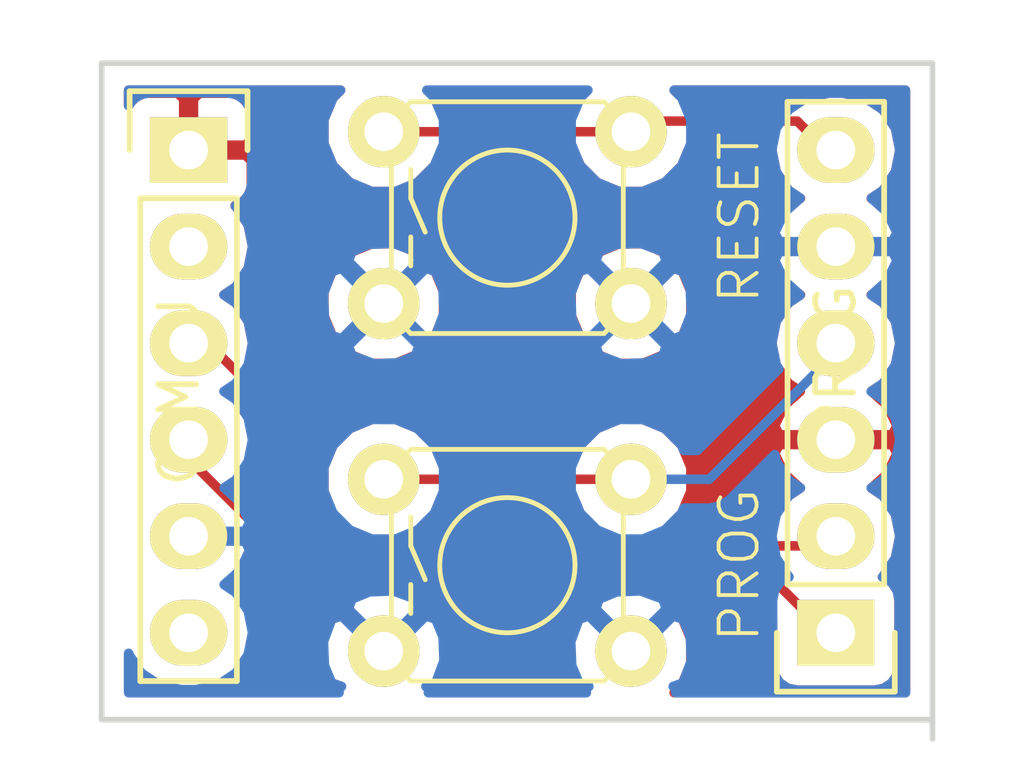
<source format=kicad_pcb>
(kicad_pcb (version 4) (host pcbnew "(2015-09-17 BZR 6202)-product")

  (general
    (links 12)
    (no_connects 0)
    (area 129.257667 36.669 156.492334 57.669)
    (thickness 1.6)
    (drawings 5)
    (tracks 16)
    (zones 0)
    (modules 4)
    (nets 9)
  )

  (page A4)
  (layers
    (0 F.Cu signal)
    (31 B.Cu signal)
    (32 B.Adhes user)
    (33 F.Adhes user)
    (34 B.Paste user)
    (35 F.Paste user)
    (36 B.SilkS user)
    (37 F.SilkS user)
    (38 B.Mask user)
    (39 F.Mask user)
    (40 Dwgs.User user)
    (41 Cmts.User user)
    (42 Eco1.User user)
    (43 Eco2.User user)
    (44 Edge.Cuts user)
    (45 Margin user)
    (46 B.CrtYd user)
    (47 F.CrtYd user)
    (48 B.Fab user)
    (49 F.Fab user)
  )

  (setup
    (last_trace_width 0.25)
    (trace_clearance 0.2)
    (zone_clearance 0.508)
    (zone_45_only no)
    (trace_min 0.2)
    (segment_width 0.2)
    (edge_width 0.15)
    (via_size 0.6)
    (via_drill 0.4)
    (via_min_size 0.4)
    (via_min_drill 0.3)
    (uvia_size 0.3)
    (uvia_drill 0.1)
    (uvias_allowed no)
    (uvia_min_size 0.2)
    (uvia_min_drill 0.1)
    (pcb_text_width 0.3)
    (pcb_text_size 1.5 1.5)
    (mod_edge_width 0.15)
    (mod_text_size 1 1)
    (mod_text_width 0.15)
    (pad_size 1.524 1.524)
    (pad_drill 0.762)
    (pad_to_mask_clearance 0.2)
    (aux_axis_origin 0 0)
    (visible_elements FFFEFF7F)
    (pcbplotparams
      (layerselection 0x010fc_80000001)
      (usegerberextensions false)
      (excludeedgelayer true)
      (linewidth 0.100000)
      (plotframeref false)
      (viasonmask false)
      (mode 1)
      (useauxorigin false)
      (hpglpennumber 1)
      (hpglpenspeed 20)
      (hpglpendiameter 15)
      (hpglpenoverlay 2)
      (psnegative false)
      (psa4output false)
      (plotreference true)
      (plotvalue true)
      (plotinvisibletext false)
      (padsonsilk false)
      (subtractmaskfromsilk false)
      (outputformat 1)
      (mirror false)
      (drillshape 0)
      (scaleselection 1)
      (outputdirectory gerber))
  )

  (net 0 "")
  (net 1 +3V3)
  (net 2 "Net-(P1-Pad2)")
  (net 3 RXI)
  (net 4 TXO)
  (net 5 GND)
  (net 6 +5V)
  (net 7 "Net-(P2-Pad4)")
  (net 8 "Net-(P2-Pad6)")

  (net_class Default "This is the default net class."
    (clearance 0.2)
    (trace_width 0.25)
    (via_dia 0.6)
    (via_drill 0.4)
    (uvia_dia 0.3)
    (uvia_drill 0.1)
    (add_net +3V3)
    (add_net +5V)
    (add_net GND)
    (add_net "Net-(P1-Pad2)")
    (add_net "Net-(P2-Pad4)")
    (add_net "Net-(P2-Pad6)")
    (add_net RXI)
    (add_net TXO)
  )

  (module Pin_Headers:Pin_Header_Straight_1x06 (layer F.Cu) (tedit 562254E2) (tstamp 56224F63)
    (at 134.366 40.894)
    (descr "Through hole pin header")
    (tags "pin header")
    (path /56224B75)
    (fp_text reference CJMGU (at -0.254 6.35 90) (layer F.SilkS)
      (effects (font (size 1 1) (thickness 0.15)))
    )
    (fp_text value CONN_01X06 (at 0 -3.1) (layer F.Fab)
      (effects (font (size 1 1) (thickness 0.15)))
    )
    (fp_line (start -1.75 -1.75) (end -1.75 14.45) (layer F.CrtYd) (width 0.05))
    (fp_line (start 1.75 -1.75) (end 1.75 14.45) (layer F.CrtYd) (width 0.05))
    (fp_line (start -1.75 -1.75) (end 1.75 -1.75) (layer F.CrtYd) (width 0.05))
    (fp_line (start -1.75 14.45) (end 1.75 14.45) (layer F.CrtYd) (width 0.05))
    (fp_line (start 1.27 1.27) (end 1.27 13.97) (layer F.SilkS) (width 0.15))
    (fp_line (start 1.27 13.97) (end -1.27 13.97) (layer F.SilkS) (width 0.15))
    (fp_line (start -1.27 13.97) (end -1.27 1.27) (layer F.SilkS) (width 0.15))
    (fp_line (start 1.55 -1.55) (end 1.55 0) (layer F.SilkS) (width 0.15))
    (fp_line (start 1.27 1.27) (end -1.27 1.27) (layer F.SilkS) (width 0.15))
    (fp_line (start -1.55 0) (end -1.55 -1.55) (layer F.SilkS) (width 0.15))
    (fp_line (start -1.55 -1.55) (end 1.55 -1.55) (layer F.SilkS) (width 0.15))
    (pad 1 thru_hole rect (at 0 0) (size 2.032 1.7272) (drill 1.016) (layers *.Cu *.Mask F.SilkS)
      (net 1 +3V3))
    (pad 2 thru_hole oval (at 0 2.54) (size 2.032 1.7272) (drill 1.016) (layers *.Cu *.Mask F.SilkS)
      (net 2 "Net-(P1-Pad2)"))
    (pad 3 thru_hole oval (at 0 5.08) (size 2.032 1.7272) (drill 1.016) (layers *.Cu *.Mask F.SilkS)
      (net 3 RXI))
    (pad 4 thru_hole oval (at 0 7.62) (size 2.032 1.7272) (drill 1.016) (layers *.Cu *.Mask F.SilkS)
      (net 4 TXO))
    (pad 5 thru_hole oval (at 0 10.16) (size 2.032 1.7272) (drill 1.016) (layers *.Cu *.Mask F.SilkS)
      (net 5 GND))
    (pad 6 thru_hole oval (at 0 12.7) (size 2.032 1.7272) (drill 1.016) (layers *.Cu *.Mask F.SilkS)
      (net 6 +5V))
    (model Pin_Headers.3dshapes/Pin_Header_Straight_1x06.wrl
      (at (xyz 0 -0.25 0))
      (scale (xyz 1 1 1))
      (rotate (xyz 0 0 90))
    )
  )

  (module Pin_Headers:Pin_Header_Straight_1x06 (layer F.Cu) (tedit 562254E5) (tstamp 56224F6D)
    (at 151.384 53.594 180)
    (descr "Through hole pin header")
    (tags "pin header")
    (path /56224BAA)
    (fp_text reference PROG (at 0 7.112 450) (layer F.SilkS)
      (effects (font (size 1 1) (thickness 0.15)))
    )
    (fp_text value CONN_01X06 (at 0 -3.1 180) (layer F.Fab)
      (effects (font (size 1 1) (thickness 0.15)))
    )
    (fp_line (start -1.75 -1.75) (end -1.75 14.45) (layer F.CrtYd) (width 0.05))
    (fp_line (start 1.75 -1.75) (end 1.75 14.45) (layer F.CrtYd) (width 0.05))
    (fp_line (start -1.75 -1.75) (end 1.75 -1.75) (layer F.CrtYd) (width 0.05))
    (fp_line (start -1.75 14.45) (end 1.75 14.45) (layer F.CrtYd) (width 0.05))
    (fp_line (start 1.27 1.27) (end 1.27 13.97) (layer F.SilkS) (width 0.15))
    (fp_line (start 1.27 13.97) (end -1.27 13.97) (layer F.SilkS) (width 0.15))
    (fp_line (start -1.27 13.97) (end -1.27 1.27) (layer F.SilkS) (width 0.15))
    (fp_line (start 1.55 -1.55) (end 1.55 0) (layer F.SilkS) (width 0.15))
    (fp_line (start 1.27 1.27) (end -1.27 1.27) (layer F.SilkS) (width 0.15))
    (fp_line (start -1.55 0) (end -1.55 -1.55) (layer F.SilkS) (width 0.15))
    (fp_line (start -1.55 -1.55) (end 1.55 -1.55) (layer F.SilkS) (width 0.15))
    (pad 1 thru_hole rect (at 0 0 180) (size 2.032 1.7272) (drill 1.016) (layers *.Cu *.Mask F.SilkS)
      (net 4 TXO))
    (pad 2 thru_hole oval (at 0 2.54 180) (size 2.032 1.7272) (drill 1.016) (layers *.Cu *.Mask F.SilkS)
      (net 3 RXI))
    (pad 3 thru_hole oval (at 0 5.08 180) (size 2.032 1.7272) (drill 1.016) (layers *.Cu *.Mask F.SilkS)
      (net 1 +3V3))
    (pad 4 thru_hole oval (at 0 7.62 180) (size 2.032 1.7272) (drill 1.016) (layers *.Cu *.Mask F.SilkS)
      (net 7 "Net-(P2-Pad4)"))
    (pad 5 thru_hole oval (at 0 10.16 180) (size 2.032 1.7272) (drill 1.016) (layers *.Cu *.Mask F.SilkS)
      (net 5 GND))
    (pad 6 thru_hole oval (at 0 12.7 180) (size 2.032 1.7272) (drill 1.016) (layers *.Cu *.Mask F.SilkS)
      (net 8 "Net-(P2-Pad6)"))
    (model Pin_Headers.3dshapes/Pin_Header_Straight_1x06.wrl
      (at (xyz 0 -0.25 0))
      (scale (xyz 1 1 1))
      (rotate (xyz 0 0 90))
    )
  )

  (module lib:AB2_PB_MOM_6MM_PTH_BLK (layer F.Cu) (tedit 562255C7) (tstamp 56224F7D)
    (at 142.748 42.672)
    (path /56224D83)
    (fp_text reference RESET (at 6.096 0 90) (layer F.SilkS)
      (effects (font (size 1 1) (thickness 0.1)))
    )
    (fp_text value SW_PUSH (at 0 3.81) (layer F.SilkS) hide
      (effects (font (size 0.8128 0.8128) (thickness 0.0762)))
    )
    (fp_line (start -2.54 -0.508) (end -2.159 0.381) (layer F.SilkS) (width 0.127))
    (fp_line (start -2.54 1.27) (end -2.54 0.508) (layer F.SilkS) (width 0.127))
    (fp_line (start -2.54 -1.27) (end -2.54 -0.508) (layer F.SilkS) (width 0.127))
    (fp_line (start -2.54 -3.048) (end 2.54 -3.048) (layer F.SilkS) (width 0.127))
    (fp_line (start 2.54 -3.048) (end 3.048 -2.54) (layer F.SilkS) (width 0.127))
    (fp_line (start 3.048 -2.54) (end 3.048 2.54) (layer F.SilkS) (width 0.127))
    (fp_line (start 3.048 2.54) (end 2.54 3.048) (layer F.SilkS) (width 0.127))
    (fp_line (start 2.54 3.048) (end -2.54 3.048) (layer F.SilkS) (width 0.127))
    (fp_line (start -2.54 3.048) (end -3.048 2.54) (layer F.SilkS) (width 0.127))
    (fp_line (start -3.048 2.54) (end -3.048 -2.54) (layer F.SilkS) (width 0.127))
    (fp_line (start -3.048 -2.54) (end -2.54 -3.048) (layer F.SilkS) (width 0.127))
    (fp_circle (center 0 0) (end 0 -1.778) (layer F.SilkS) (width 0.127))
    (pad 1 thru_hole circle (at -3.2512 -2.2606) (size 1.8796 1.8796) (drill 1.016) (layers *.Cu *.Mask F.SilkS)
      (net 8 "Net-(P2-Pad6)"))
    (pad 1 thru_hole circle (at 3.2512 -2.2606) (size 1.8796 1.8796) (drill 1.016) (layers *.Cu *.Mask F.SilkS)
      (net 8 "Net-(P2-Pad6)"))
    (pad 2 thru_hole circle (at -3.2512 2.2606) (size 1.8796 1.8796) (drill 1.016) (layers *.Cu *.Mask F.SilkS)
      (net 5 GND))
    (pad 2 thru_hole circle (at 3.2512 2.2606) (size 1.8796 1.8796) (drill 1.016) (layers *.Cu *.Mask F.SilkS)
      (net 5 GND))
    (model ab2_input_devices/AB2_PB_MOM_6MM_PTH_BLK.x3d
      (at (xyz 0 0 0))
      (scale (xyz 0.3937 0.3937 0.3937))
      (rotate (xyz 0 0 90))
    )
  )

  (module lib:AB2_PB_MOM_6MM_PTH_BLK (layer F.Cu) (tedit 562255C5) (tstamp 56224F75)
    (at 142.748 51.816)
    (path /56224D59)
    (fp_text reference PROG (at 6.096 0 90) (layer F.SilkS)
      (effects (font (size 1 1) (thickness 0.1)))
    )
    (fp_text value SW_PUSH (at 0 3.81) (layer F.SilkS) hide
      (effects (font (size 0.8128 0.8128) (thickness 0.0762)))
    )
    (fp_line (start -2.54 -0.508) (end -2.159 0.381) (layer F.SilkS) (width 0.127))
    (fp_line (start -2.54 1.27) (end -2.54 0.508) (layer F.SilkS) (width 0.127))
    (fp_line (start -2.54 -1.27) (end -2.54 -0.508) (layer F.SilkS) (width 0.127))
    (fp_line (start -2.54 -3.048) (end 2.54 -3.048) (layer F.SilkS) (width 0.127))
    (fp_line (start 2.54 -3.048) (end 3.048 -2.54) (layer F.SilkS) (width 0.127))
    (fp_line (start 3.048 -2.54) (end 3.048 2.54) (layer F.SilkS) (width 0.127))
    (fp_line (start 3.048 2.54) (end 2.54 3.048) (layer F.SilkS) (width 0.127))
    (fp_line (start 2.54 3.048) (end -2.54 3.048) (layer F.SilkS) (width 0.127))
    (fp_line (start -2.54 3.048) (end -3.048 2.54) (layer F.SilkS) (width 0.127))
    (fp_line (start -3.048 2.54) (end -3.048 -2.54) (layer F.SilkS) (width 0.127))
    (fp_line (start -3.048 -2.54) (end -2.54 -3.048) (layer F.SilkS) (width 0.127))
    (fp_circle (center 0 0) (end 0 -1.778) (layer F.SilkS) (width 0.127))
    (pad 1 thru_hole circle (at -3.2512 -2.2606) (size 1.8796 1.8796) (drill 1.016) (layers *.Cu *.Mask F.SilkS)
      (net 7 "Net-(P2-Pad4)"))
    (pad 1 thru_hole circle (at 3.2512 -2.2606) (size 1.8796 1.8796) (drill 1.016) (layers *.Cu *.Mask F.SilkS)
      (net 7 "Net-(P2-Pad4)"))
    (pad 2 thru_hole circle (at -3.2512 2.2606) (size 1.8796 1.8796) (drill 1.016) (layers *.Cu *.Mask F.SilkS)
      (net 5 GND))
    (pad 2 thru_hole circle (at 3.2512 2.2606) (size 1.8796 1.8796) (drill 1.016) (layers *.Cu *.Mask F.SilkS)
      (net 5 GND))
    (model ab2_input_devices/AB2_PB_MOM_6MM_PTH_BLK.x3d
      (at (xyz 0 0 0))
      (scale (xyz 0.3937 0.3937 0.3937))
      (rotate (xyz 0 0 90))
    )
  )

  (gr_line (start 153.924 55.88) (end 153.924 56.388) (angle 90) (layer Edge.Cuts) (width 0.15))
  (gr_line (start 132.08 55.88) (end 153.924 55.88) (angle 90) (layer Edge.Cuts) (width 0.15))
  (gr_line (start 132.08 38.608) (end 132.08 55.88) (angle 90) (layer Edge.Cuts) (width 0.15))
  (gr_line (start 153.924 38.608) (end 132.08 38.608) (angle 90) (layer Edge.Cuts) (width 0.15))
  (gr_line (start 153.924 55.88) (end 153.924 38.608) (angle 90) (layer Edge.Cuts) (width 0.15))

  (segment (start 134.366 45.974) (end 134.874 45.974) (width 0.25) (layer F.Cu) (net 3))
  (segment (start 134.874 45.974) (end 136.144 47.244) (width 0.25) (layer F.Cu) (net 3) (tstamp 56225465))
  (segment (start 136.144 47.244) (end 136.144 49.276) (width 0.25) (layer F.Cu) (net 3) (tstamp 56225466))
  (segment (start 136.144 49.276) (end 138.176 51.308) (width 0.25) (layer F.Cu) (net 3) (tstamp 56225468))
  (segment (start 138.176 51.308) (end 151.384 51.308) (width 0.25) (layer F.Cu) (net 3) (tstamp 5622546A))
  (segment (start 134.366 48.514) (end 134.366 49.022) (width 0.25) (layer F.Cu) (net 4))
  (segment (start 134.366 49.022) (end 137.668 52.324) (width 0.25) (layer F.Cu) (net 4) (tstamp 5622545E))
  (segment (start 137.668 52.324) (end 149.86 52.324) (width 0.25) (layer F.Cu) (net 4) (tstamp 5622545F))
  (segment (start 149.86 52.324) (end 151.384 53.848) (width 0.25) (layer F.Cu) (net 4) (tstamp 56225461))
  (segment (start 145.9992 49.5554) (end 148.0566 49.5554) (width 0.25) (layer B.Cu) (net 7))
  (segment (start 148.0566 49.5554) (end 151.384 46.228) (width 0.25) (layer B.Cu) (net 7) (tstamp 56225598))
  (segment (start 139.4968 49.5554) (end 145.9992 49.5554) (width 0.25) (layer F.Cu) (net 7))
  (segment (start 139.4968 40.4114) (end 145.9992 40.4114) (width 0.25) (layer F.Cu) (net 8))
  (segment (start 145.9992 40.4114) (end 146.2786 40.132) (width 0.25) (layer F.Cu) (net 8) (tstamp 56225453))
  (segment (start 146.2786 40.132) (end 150.368 40.132) (width 0.25) (layer F.Cu) (net 8) (tstamp 56225454))
  (segment (start 150.368 40.132) (end 151.384 41.148) (width 0.25) (layer F.Cu) (net 8) (tstamp 56225455))

  (zone (net 1) (net_name +3V3) (layer F.Cu) (tstamp 56225192) (hatch edge 0.508)
    (connect_pads (clearance 0.508))
    (min_thickness 0.254)
    (fill yes (arc_segments 16) (thermal_gap 0.508) (thermal_bridge_width 0.508))
    (polygon
      (pts
        (xy 153.416 55.372) (xy 132.588 55.372) (xy 132.588 39.116) (xy 153.416 39.116) (xy 153.416 55.372)
      )
    )
    (filled_polygon
      (pts
        (xy 138.162528 39.518183) (xy 137.922274 40.096779) (xy 137.921727 40.723273) (xy 138.160971 41.302287) (xy 138.603583 41.745672)
        (xy 139.182179 41.985926) (xy 139.808673 41.986473) (xy 140.387687 41.747229) (xy 140.831072 41.304617) (xy 140.886389 41.1714)
        (xy 144.60929 41.1714) (xy 144.663371 41.302287) (xy 145.105983 41.745672) (xy 145.684579 41.985926) (xy 146.311073 41.986473)
        (xy 146.890087 41.747229) (xy 147.333472 41.304617) (xy 147.504806 40.892) (xy 149.701053 40.892) (xy 149.700655 40.894)
        (xy 149.814729 41.467489) (xy 150.139585 41.95367) (xy 150.454366 42.164) (xy 150.139585 42.37433) (xy 149.814729 42.860511)
        (xy 149.700655 43.434) (xy 149.814729 44.007489) (xy 150.139585 44.49367) (xy 150.454366 44.704) (xy 150.139585 44.91433)
        (xy 149.814729 45.400511) (xy 149.700655 45.974) (xy 149.814729 46.547489) (xy 150.139585 47.03367) (xy 150.449069 47.240461)
        (xy 150.033268 47.611964) (xy 149.779291 48.139209) (xy 149.776642 48.154974) (xy 149.897783 48.387) (xy 151.257 48.387)
        (xy 151.257 48.367) (xy 151.511 48.367) (xy 151.511 48.387) (xy 152.870217 48.387) (xy 152.991358 48.154974)
        (xy 152.988709 48.139209) (xy 152.734732 47.611964) (xy 152.318931 47.240461) (xy 152.628415 47.03367) (xy 152.953271 46.547489)
        (xy 153.067345 45.974) (xy 152.953271 45.400511) (xy 152.628415 44.91433) (xy 152.313634 44.704) (xy 152.628415 44.49367)
        (xy 152.953271 44.007489) (xy 153.067345 43.434) (xy 152.953271 42.860511) (xy 152.628415 42.37433) (xy 152.313634 42.164)
        (xy 152.628415 41.95367) (xy 152.953271 41.467489) (xy 153.067345 40.894) (xy 152.953271 40.320511) (xy 152.628415 39.83433)
        (xy 152.142234 39.509474) (xy 151.568745 39.3954) (xy 151.199255 39.3954) (xy 150.743079 39.486139) (xy 150.658839 39.429852)
        (xy 150.368 39.372) (xy 147.186775 39.372) (xy 147.132869 39.318) (xy 153.214 39.318) (xy 153.214 55.17)
        (xy 147.132939 55.17) (xy 147.333472 54.969817) (xy 147.573726 54.391221) (xy 147.574273 53.764727) (xy 147.335029 53.185713)
        (xy 147.233493 53.084) (xy 149.545198 53.084) (xy 149.72056 53.259362) (xy 149.72056 54.4576) (xy 149.764838 54.692917)
        (xy 149.90391 54.909041) (xy 150.11611 55.054031) (xy 150.368 55.10504) (xy 152.4 55.10504) (xy 152.635317 55.060762)
        (xy 152.851441 54.92169) (xy 152.996431 54.70949) (xy 153.04744 54.4576) (xy 153.04744 52.7304) (xy 153.003162 52.495083)
        (xy 152.86409 52.278959) (xy 152.65189 52.133969) (xy 152.610561 52.1256) (xy 152.628415 52.11367) (xy 152.953271 51.627489)
        (xy 153.067345 51.054) (xy 152.953271 50.480511) (xy 152.628415 49.99433) (xy 152.318931 49.787539) (xy 152.734732 49.416036)
        (xy 152.988709 48.888791) (xy 152.991358 48.873026) (xy 152.870217 48.641) (xy 151.511 48.641) (xy 151.511 48.661)
        (xy 151.257 48.661) (xy 151.257 48.641) (xy 149.897783 48.641) (xy 149.776642 48.873026) (xy 149.779291 48.888791)
        (xy 150.033268 49.416036) (xy 150.449069 49.787539) (xy 150.139585 49.99433) (xy 149.814729 50.480511) (xy 149.801305 50.548)
        (xy 147.233915 50.548) (xy 147.333472 50.448617) (xy 147.573726 49.870021) (xy 147.574273 49.243527) (xy 147.335029 48.664513)
        (xy 146.892417 48.221128) (xy 146.313821 47.980874) (xy 145.687327 47.980327) (xy 145.108313 48.219571) (xy 144.664928 48.662183)
        (xy 144.609611 48.7954) (xy 140.88671 48.7954) (xy 140.832629 48.664513) (xy 140.390017 48.221128) (xy 139.811421 47.980874)
        (xy 139.184927 47.980327) (xy 138.605913 48.219571) (xy 138.162528 48.662183) (xy 137.922274 49.240779) (xy 137.921727 49.867273)
        (xy 138.000345 50.057543) (xy 136.904 48.961198) (xy 136.904 47.244) (xy 136.881219 47.129474) (xy 136.846148 46.95316)
        (xy 136.681401 46.706599) (xy 136.032664 46.057862) (xy 136.049345 45.974) (xy 135.935271 45.400511) (xy 135.83101 45.244473)
        (xy 137.921727 45.244473) (xy 138.160971 45.823487) (xy 138.603583 46.266872) (xy 139.182179 46.507126) (xy 139.808673 46.507673)
        (xy 140.387687 46.268429) (xy 140.831072 45.825817) (xy 141.071326 45.247221) (xy 141.071328 45.244473) (xy 144.424127 45.244473)
        (xy 144.663371 45.823487) (xy 145.105983 46.266872) (xy 145.684579 46.507126) (xy 146.311073 46.507673) (xy 146.890087 46.268429)
        (xy 147.333472 45.825817) (xy 147.573726 45.247221) (xy 147.574273 44.620727) (xy 147.335029 44.041713) (xy 146.892417 43.598328)
        (xy 146.313821 43.358074) (xy 145.687327 43.357527) (xy 145.108313 43.596771) (xy 144.664928 44.039383) (xy 144.424674 44.617979)
        (xy 144.424127 45.244473) (xy 141.071328 45.244473) (xy 141.071873 44.620727) (xy 140.832629 44.041713) (xy 140.390017 43.598328)
        (xy 139.811421 43.358074) (xy 139.184927 43.357527) (xy 138.605913 43.596771) (xy 138.162528 44.039383) (xy 137.922274 44.617979)
        (xy 137.921727 45.244473) (xy 135.83101 45.244473) (xy 135.610415 44.91433) (xy 135.295634 44.704) (xy 135.610415 44.49367)
        (xy 135.935271 44.007489) (xy 136.049345 43.434) (xy 135.935271 42.860511) (xy 135.610415 42.37433) (xy 135.58822 42.3595)
        (xy 135.741698 42.295927) (xy 135.920327 42.117299) (xy 136.017 41.88391) (xy 136.017 41.17975) (xy 135.85825 41.021)
        (xy 134.493 41.021) (xy 134.493 41.041) (xy 134.239 41.041) (xy 134.239 41.021) (xy 134.219 41.021)
        (xy 134.219 40.767) (xy 134.239 40.767) (xy 134.239 39.55415) (xy 134.493 39.55415) (xy 134.493 40.767)
        (xy 135.85825 40.767) (xy 136.017 40.60825) (xy 136.017 39.90409) (xy 135.920327 39.670701) (xy 135.741698 39.492073)
        (xy 135.508309 39.3954) (xy 134.65175 39.3954) (xy 134.493 39.55415) (xy 134.239 39.55415) (xy 134.08025 39.3954)
        (xy 133.223691 39.3954) (xy 132.990302 39.492073) (xy 132.811673 39.670701) (xy 132.79 39.723024) (xy 132.79 39.318)
        (xy 138.363061 39.318)
      )
    )
  )
  (zone (net 5) (net_name GND) (layer B.Cu) (tstamp 562251B4) (hatch edge 0.508)
    (connect_pads (clearance 0.508))
    (min_thickness 0.254)
    (fill yes (arc_segments 16) (thermal_gap 0.508) (thermal_bridge_width 0.508))
    (polygon
      (pts
        (xy 153.416 55.372) (xy 132.588 55.372) (xy 132.588 39.116) (xy 153.416 39.116) (xy 153.416 55.372)
      )
    )
    (filled_polygon
      (pts
        (xy 138.162528 39.518183) (xy 137.922274 40.096779) (xy 137.921727 40.723273) (xy 138.160971 41.302287) (xy 138.603583 41.745672)
        (xy 139.182179 41.985926) (xy 139.808673 41.986473) (xy 140.387687 41.747229) (xy 140.831072 41.304617) (xy 141.071326 40.726021)
        (xy 141.071873 40.099527) (xy 140.832629 39.520513) (xy 140.630469 39.318) (xy 144.865461 39.318) (xy 144.664928 39.518183)
        (xy 144.424674 40.096779) (xy 144.424127 40.723273) (xy 144.663371 41.302287) (xy 145.105983 41.745672) (xy 145.684579 41.985926)
        (xy 146.311073 41.986473) (xy 146.890087 41.747229) (xy 147.333472 41.304617) (xy 147.503975 40.894) (xy 149.700655 40.894)
        (xy 149.814729 41.467489) (xy 150.139585 41.95367) (xy 150.449069 42.160461) (xy 150.033268 42.531964) (xy 149.779291 43.059209)
        (xy 149.776642 43.074974) (xy 149.897783 43.307) (xy 151.257 43.307) (xy 151.257 43.287) (xy 151.511 43.287)
        (xy 151.511 43.307) (xy 152.870217 43.307) (xy 152.991358 43.074974) (xy 152.988709 43.059209) (xy 152.734732 42.531964)
        (xy 152.318931 42.160461) (xy 152.628415 41.95367) (xy 152.953271 41.467489) (xy 153.067345 40.894) (xy 152.953271 40.320511)
        (xy 152.628415 39.83433) (xy 152.142234 39.509474) (xy 151.568745 39.3954) (xy 151.199255 39.3954) (xy 150.625766 39.509474)
        (xy 150.139585 39.83433) (xy 149.814729 40.320511) (xy 149.700655 40.894) (xy 147.503975 40.894) (xy 147.573726 40.726021)
        (xy 147.574273 40.099527) (xy 147.335029 39.520513) (xy 147.132869 39.318) (xy 153.214 39.318) (xy 153.214 55.17)
        (xy 147.173016 55.17) (xy 147.222612 55.120404) (xy 147.10817 55.005962) (xy 147.36878 54.914677) (xy 147.585245 54.326767)
        (xy 147.560249 53.700772) (xy 147.36878 53.238523) (xy 147.108168 53.147237) (xy 146.178805 54.0766) (xy 146.192948 54.090743)
        (xy 146.013343 54.270348) (xy 145.9992 54.256205) (xy 145.985058 54.270348) (xy 145.805453 54.090743) (xy 145.819595 54.0766)
        (xy 144.890232 53.147237) (xy 144.62962 53.238523) (xy 144.413155 53.826433) (xy 144.438151 54.452428) (xy 144.62962 54.914677)
        (xy 144.89023 55.005962) (xy 144.775788 55.120404) (xy 144.825384 55.17) (xy 140.670616 55.17) (xy 140.720212 55.120404)
        (xy 140.60577 55.005962) (xy 140.86638 54.914677) (xy 141.082845 54.326767) (xy 141.057849 53.700772) (xy 140.86638 53.238523)
        (xy 140.605768 53.147237) (xy 139.676405 54.0766) (xy 139.690548 54.090743) (xy 139.510943 54.270348) (xy 139.4968 54.256205)
        (xy 139.482658 54.270348) (xy 139.303053 54.090743) (xy 139.317195 54.0766) (xy 138.387832 53.147237) (xy 138.12722 53.238523)
        (xy 137.910755 53.826433) (xy 137.935751 54.452428) (xy 138.12722 54.914677) (xy 138.38783 55.005962) (xy 138.273388 55.120404)
        (xy 138.322984 55.17) (xy 132.79 55.17) (xy 132.79 54.13366) (xy 132.796729 54.167489) (xy 133.121585 54.65367)
        (xy 133.607766 54.978526) (xy 134.181255 55.0926) (xy 134.550745 55.0926) (xy 135.124234 54.978526) (xy 135.610415 54.65367)
        (xy 135.935271 54.167489) (xy 136.049345 53.594) (xy 135.935271 53.020511) (xy 135.899939 52.967632) (xy 138.567437 52.967632)
        (xy 139.4968 53.896995) (xy 140.426163 52.967632) (xy 145.069837 52.967632) (xy 145.9992 53.896995) (xy 146.928563 52.967632)
        (xy 146.837277 52.70702) (xy 146.249367 52.490555) (xy 145.623372 52.515551) (xy 145.161123 52.70702) (xy 145.069837 52.967632)
        (xy 140.426163 52.967632) (xy 140.334877 52.70702) (xy 139.746967 52.490555) (xy 139.120972 52.515551) (xy 138.658723 52.70702)
        (xy 138.567437 52.967632) (xy 135.899939 52.967632) (xy 135.610415 52.53433) (xy 135.300931 52.327539) (xy 135.716732 51.956036)
        (xy 135.970709 51.428791) (xy 135.973358 51.413026) (xy 135.852217 51.181) (xy 134.493 51.181) (xy 134.493 51.201)
        (xy 134.239 51.201) (xy 134.239 51.181) (xy 134.219 51.181) (xy 134.219 50.927) (xy 134.239 50.927)
        (xy 134.239 50.907) (xy 134.493 50.907) (xy 134.493 50.927) (xy 135.852217 50.927) (xy 135.973358 50.694974)
        (xy 135.970709 50.679209) (xy 135.716732 50.151964) (xy 135.398095 49.867273) (xy 137.921727 49.867273) (xy 138.160971 50.446287)
        (xy 138.603583 50.889672) (xy 139.182179 51.129926) (xy 139.808673 51.130473) (xy 140.387687 50.891229) (xy 140.831072 50.448617)
        (xy 141.071326 49.870021) (xy 141.071328 49.867273) (xy 144.424127 49.867273) (xy 144.663371 50.446287) (xy 145.105983 50.889672)
        (xy 145.684579 51.129926) (xy 146.311073 51.130473) (xy 146.890087 50.891229) (xy 147.333472 50.448617) (xy 147.388789 50.3154)
        (xy 148.0566 50.3154) (xy 148.347439 50.257548) (xy 148.594001 50.092801) (xy 149.778989 48.907813) (xy 149.814729 49.087489)
        (xy 150.139585 49.57367) (xy 150.454366 49.784) (xy 150.139585 49.99433) (xy 149.814729 50.480511) (xy 149.700655 51.054)
        (xy 149.814729 51.627489) (xy 150.139585 52.11367) (xy 150.153913 52.123243) (xy 150.132683 52.127238) (xy 149.916559 52.26631)
        (xy 149.771569 52.47851) (xy 149.72056 52.7304) (xy 149.72056 54.4576) (xy 149.764838 54.692917) (xy 149.90391 54.909041)
        (xy 150.11611 55.054031) (xy 150.368 55.10504) (xy 152.4 55.10504) (xy 152.635317 55.060762) (xy 152.851441 54.92169)
        (xy 152.996431 54.70949) (xy 153.04744 54.4576) (xy 153.04744 52.7304) (xy 153.003162 52.495083) (xy 152.86409 52.278959)
        (xy 152.65189 52.133969) (xy 152.610561 52.1256) (xy 152.628415 52.11367) (xy 152.953271 51.627489) (xy 153.067345 51.054)
        (xy 152.953271 50.480511) (xy 152.628415 49.99433) (xy 152.313634 49.784) (xy 152.628415 49.57367) (xy 152.953271 49.087489)
        (xy 153.067345 48.514) (xy 152.953271 47.940511) (xy 152.628415 47.45433) (xy 152.313634 47.244) (xy 152.628415 47.03367)
        (xy 152.953271 46.547489) (xy 153.067345 45.974) (xy 152.953271 45.400511) (xy 152.628415 44.91433) (xy 152.318931 44.707539)
        (xy 152.734732 44.336036) (xy 152.988709 43.808791) (xy 152.991358 43.793026) (xy 152.870217 43.561) (xy 151.511 43.561)
        (xy 151.511 43.581) (xy 151.257 43.581) (xy 151.257 43.561) (xy 149.897783 43.561) (xy 149.776642 43.793026)
        (xy 149.779291 43.808791) (xy 150.033268 44.336036) (xy 150.449069 44.707539) (xy 150.139585 44.91433) (xy 149.814729 45.400511)
        (xy 149.700655 45.974) (xy 149.814729 46.547489) (xy 149.884816 46.652382) (xy 147.741798 48.7954) (xy 147.38911 48.7954)
        (xy 147.335029 48.664513) (xy 146.892417 48.221128) (xy 146.313821 47.980874) (xy 145.687327 47.980327) (xy 145.108313 48.219571)
        (xy 144.664928 48.662183) (xy 144.424674 49.240779) (xy 144.424127 49.867273) (xy 141.071328 49.867273) (xy 141.071873 49.243527)
        (xy 140.832629 48.664513) (xy 140.390017 48.221128) (xy 139.811421 47.980874) (xy 139.184927 47.980327) (xy 138.605913 48.219571)
        (xy 138.162528 48.662183) (xy 137.922274 49.240779) (xy 137.921727 49.867273) (xy 135.398095 49.867273) (xy 135.300931 49.780461)
        (xy 135.610415 49.57367) (xy 135.935271 49.087489) (xy 136.049345 48.514) (xy 135.935271 47.940511) (xy 135.610415 47.45433)
        (xy 135.295634 47.244) (xy 135.610415 47.03367) (xy 135.935271 46.547489) (xy 136.035904 46.041568) (xy 138.567437 46.041568)
        (xy 138.658723 46.30218) (xy 139.246633 46.518645) (xy 139.872628 46.493649) (xy 140.334877 46.30218) (xy 140.426163 46.041568)
        (xy 145.069837 46.041568) (xy 145.161123 46.30218) (xy 145.749033 46.518645) (xy 146.375028 46.493649) (xy 146.837277 46.30218)
        (xy 146.928563 46.041568) (xy 145.9992 45.112205) (xy 145.069837 46.041568) (xy 140.426163 46.041568) (xy 139.4968 45.112205)
        (xy 138.567437 46.041568) (xy 136.035904 46.041568) (xy 136.049345 45.974) (xy 135.935271 45.400511) (xy 135.610415 44.91433)
        (xy 135.295634 44.704) (xy 135.327911 44.682433) (xy 137.910755 44.682433) (xy 137.935751 45.308428) (xy 138.12722 45.770677)
        (xy 138.387832 45.861963) (xy 139.317195 44.9326) (xy 139.676405 44.9326) (xy 140.605768 45.861963) (xy 140.86638 45.770677)
        (xy 141.082845 45.182767) (xy 141.062867 44.682433) (xy 144.413155 44.682433) (xy 144.438151 45.308428) (xy 144.62962 45.770677)
        (xy 144.890232 45.861963) (xy 145.819595 44.9326) (xy 146.178805 44.9326) (xy 147.108168 45.861963) (xy 147.36878 45.770677)
        (xy 147.585245 45.182767) (xy 147.560249 44.556772) (xy 147.36878 44.094523) (xy 147.108168 44.003237) (xy 146.178805 44.9326)
        (xy 145.819595 44.9326) (xy 144.890232 44.003237) (xy 144.62962 44.094523) (xy 144.413155 44.682433) (xy 141.062867 44.682433)
        (xy 141.057849 44.556772) (xy 140.86638 44.094523) (xy 140.605768 44.003237) (xy 139.676405 44.9326) (xy 139.317195 44.9326)
        (xy 138.387832 44.003237) (xy 138.12722 44.094523) (xy 137.910755 44.682433) (xy 135.327911 44.682433) (xy 135.610415 44.49367)
        (xy 135.935271 44.007489) (xy 135.971842 43.823632) (xy 138.567437 43.823632) (xy 139.4968 44.752995) (xy 140.426163 43.823632)
        (xy 145.069837 43.823632) (xy 145.9992 44.752995) (xy 146.928563 43.823632) (xy 146.837277 43.56302) (xy 146.249367 43.346555)
        (xy 145.623372 43.371551) (xy 145.161123 43.56302) (xy 145.069837 43.823632) (xy 140.426163 43.823632) (xy 140.334877 43.56302)
        (xy 139.746967 43.346555) (xy 139.120972 43.371551) (xy 138.658723 43.56302) (xy 138.567437 43.823632) (xy 135.971842 43.823632)
        (xy 136.049345 43.434) (xy 135.935271 42.860511) (xy 135.610415 42.37433) (xy 135.596087 42.364757) (xy 135.617317 42.360762)
        (xy 135.833441 42.22169) (xy 135.978431 42.00949) (xy 136.02944 41.7576) (xy 136.02944 40.0304) (xy 135.985162 39.795083)
        (xy 135.84609 39.578959) (xy 135.63389 39.433969) (xy 135.382 39.38296) (xy 133.35 39.38296) (xy 133.114683 39.427238)
        (xy 132.898559 39.56631) (xy 132.79 39.725191) (xy 132.79 39.318) (xy 138.363061 39.318)
      )
    )
  )
)

</source>
